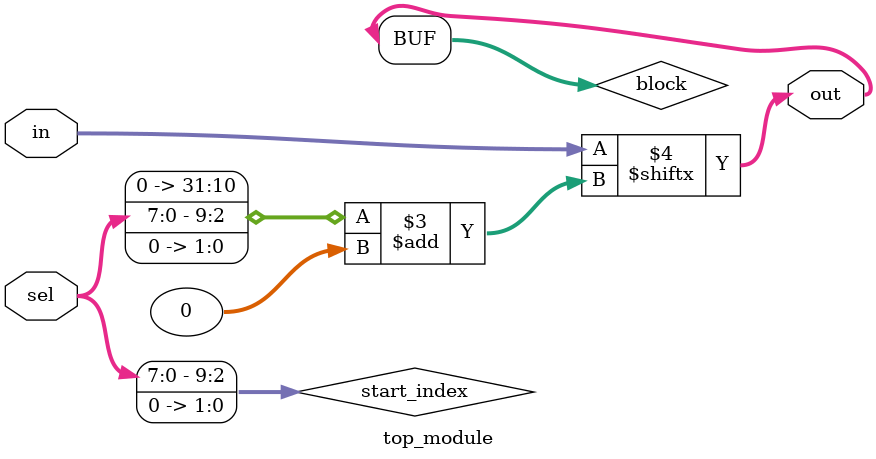
<source format=sv>
module top_module (
	input [1023:0] in,
	input [7:0] sel,
	output [3:0] out
);

	reg [9:0] start_index;
	reg [3:0] block;

	always @(*) begin
		start_index = sel << 2;
		block = in[start_index +: 4];
	end

	assign out = block;

endmodule

</source>
